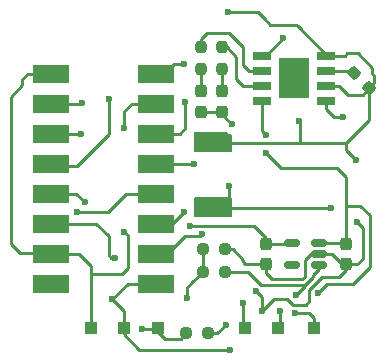
<source format=gbl>
G04 #@! TF.GenerationSoftware,KiCad,Pcbnew,(6.0.1)*
G04 #@! TF.CreationDate,2022-05-01T16:09:43+05:30*
G04 #@! TF.ProjectId,BCD watch V1.0,42434420-7761-4746-9368-2056312e302e,rev?*
G04 #@! TF.SameCoordinates,Original*
G04 #@! TF.FileFunction,Copper,L2,Bot*
G04 #@! TF.FilePolarity,Positive*
%FSLAX46Y46*%
G04 Gerber Fmt 4.6, Leading zero omitted, Abs format (unit mm)*
G04 Created by KiCad (PCBNEW (6.0.1)) date 2022-05-01 16:09:43*
%MOMM*%
%LPD*%
G01*
G04 APERTURE LIST*
G04 Aperture macros list*
%AMRoundRect*
0 Rectangle with rounded corners*
0 $1 Rounding radius*
0 $2 $3 $4 $5 $6 $7 $8 $9 X,Y pos of 4 corners*
0 Add a 4 corners polygon primitive as box body*
4,1,4,$2,$3,$4,$5,$6,$7,$8,$9,$2,$3,0*
0 Add four circle primitives for the rounded corners*
1,1,$1+$1,$2,$3*
1,1,$1+$1,$4,$5*
1,1,$1+$1,$6,$7*
1,1,$1+$1,$8,$9*
0 Add four rect primitives between the rounded corners*
20,1,$1+$1,$2,$3,$4,$5,0*
20,1,$1+$1,$4,$5,$6,$7,0*
20,1,$1+$1,$6,$7,$8,$9,0*
20,1,$1+$1,$8,$9,$2,$3,0*%
G04 Aperture macros list end*
G04 #@! TA.AperFunction,SMDPad,CuDef*
%ADD10RoundRect,0.237500X0.237500X-0.250000X0.237500X0.250000X-0.237500X0.250000X-0.237500X-0.250000X0*%
G04 #@! TD*
G04 #@! TA.AperFunction,SMDPad,CuDef*
%ADD11RoundRect,0.237500X0.237500X-0.287500X0.237500X0.287500X-0.237500X0.287500X-0.237500X-0.287500X0*%
G04 #@! TD*
G04 #@! TA.AperFunction,SMDPad,CuDef*
%ADD12RoundRect,0.237500X-0.237500X0.300000X-0.237500X-0.300000X0.237500X-0.300000X0.237500X0.300000X0*%
G04 #@! TD*
G04 #@! TA.AperFunction,SMDPad,CuDef*
%ADD13RoundRect,0.237500X0.250000X0.237500X-0.250000X0.237500X-0.250000X-0.237500X0.250000X-0.237500X0*%
G04 #@! TD*
G04 #@! TA.AperFunction,SMDPad,CuDef*
%ADD14R,1.000000X1.000000*%
G04 #@! TD*
G04 #@! TA.AperFunction,SMDPad,CuDef*
%ADD15RoundRect,0.237500X-0.250000X-0.237500X0.250000X-0.237500X0.250000X0.237500X-0.250000X0.237500X0*%
G04 #@! TD*
G04 #@! TA.AperFunction,SMDPad,CuDef*
%ADD16RoundRect,0.237500X0.344715X-0.008839X-0.008839X0.344715X-0.344715X0.008839X0.008839X-0.344715X0*%
G04 #@! TD*
G04 #@! TA.AperFunction,SMDPad,CuDef*
%ADD17R,1.525000X0.700000*%
G04 #@! TD*
G04 #@! TA.AperFunction,SMDPad,CuDef*
%ADD18R,2.513000X3.402000*%
G04 #@! TD*
G04 #@! TA.AperFunction,SMDPad,CuDef*
%ADD19RoundRect,0.150000X0.512500X0.150000X-0.512500X0.150000X-0.512500X-0.150000X0.512500X-0.150000X0*%
G04 #@! TD*
G04 #@! TA.AperFunction,SMDPad,CuDef*
%ADD20R,3.100000X1.600000*%
G04 #@! TD*
G04 #@! TA.AperFunction,ViaPad*
%ADD21C,0.600000*%
G04 #@! TD*
G04 #@! TA.AperFunction,Conductor*
%ADD22C,0.250000*%
G04 #@! TD*
G04 APERTURE END LIST*
D10*
G04 #@! TO.P,R11,1*
G04 #@! TO.N,Net-(D10-Pad2)*
X67700000Y-46312500D03*
G04 #@! TO.P,R11,2*
G04 #@! TO.N,Net-(J1-Pad6)*
X67700000Y-44487500D03*
G04 #@! TD*
D11*
G04 #@! TO.P,D11,1,K*
G04 #@! TO.N,VBUS*
X65900000Y-49975000D03*
G04 #@! TO.P,D11,2,A*
G04 #@! TO.N,Net-(D11-Pad2)*
X65900000Y-48225000D03*
G04 #@! TD*
D12*
G04 #@! TO.P,C1,1*
G04 #@! TO.N,+BATT*
X78200000Y-61137500D03*
G04 #@! TO.P,C1,2*
G04 #@! TO.N,GND*
X78200000Y-62862500D03*
G04 #@! TD*
D13*
G04 #@! TO.P,R9,1*
G04 #@! TO.N,Net-(D9-Pad2)*
X66512500Y-68700000D03*
G04 #@! TO.P,R9,2*
G04 #@! TO.N,Net-(R9-Pad2)*
X64687500Y-68700000D03*
G04 #@! TD*
D14*
G04 #@! TO.P,TP4,1,1*
G04 #@! TO.N,Net-(TP4-Pad1)*
X72400000Y-68250000D03*
G04 #@! TD*
G04 #@! TO.P,TP1,1,1*
G04 #@! TO.N,GND*
X59400000Y-68250000D03*
G04 #@! TD*
D13*
G04 #@! TO.P,R14,1*
G04 #@! TO.N,GND*
X67912500Y-61600000D03*
G04 #@! TO.P,R14,2*
G04 #@! TO.N,volt*
X66087500Y-61600000D03*
G04 #@! TD*
D15*
G04 #@! TO.P,R13,1*
G04 #@! TO.N,volt*
X66087500Y-63500000D03*
G04 #@! TO.P,R13,2*
G04 #@! TO.N,+BATT*
X67912500Y-63500000D03*
G04 #@! TD*
D11*
G04 #@! TO.P,D10,1,K*
G04 #@! TO.N,VBUS*
X67700000Y-49975000D03*
G04 #@! TO.P,D10,2,A*
G04 #@! TO.N,Net-(D10-Pad2)*
X67700000Y-48225000D03*
G04 #@! TD*
D16*
G04 #@! TO.P,R10,1*
G04 #@! TO.N,GND*
X80145235Y-47945235D03*
G04 #@! TO.P,R10,2*
G04 #@! TO.N,Net-(J1-Pad2)*
X78854765Y-46654765D03*
G04 #@! TD*
D14*
G04 #@! TO.P,TP5,1,1*
G04 #@! TO.N,Net-(SW1-Pad1)*
X75500000Y-68250000D03*
G04 #@! TD*
D12*
G04 #@! TO.P,C2,1*
G04 #@! TO.N,+3V3*
X71399999Y-61100001D03*
G04 #@! TO.P,C2,2*
G04 #@! TO.N,GND*
X71399999Y-62825001D03*
G04 #@! TD*
D14*
G04 #@! TO.P,TP3,1,1*
G04 #@! TO.N,Net-(TP3-Pad1)*
X69600000Y-68250000D03*
G04 #@! TD*
D17*
G04 #@! TO.P,J1,1,TEMP1*
G04 #@! TO.N,GND*
X76512000Y-45195000D03*
G04 #@! TO.P,J1,2,PROG2*
G04 #@! TO.N,Net-(J1-Pad2)*
X76512000Y-46465000D03*
G04 #@! TO.P,J1,3,GND_3*
G04 #@! TO.N,GND*
X76512000Y-47735000D03*
G04 #@! TO.P,J1,4,VCC4*
G04 #@! TO.N,VBUS*
X76512000Y-49005000D03*
G04 #@! TO.P,J1,5,BAT*
G04 #@! TO.N,+BATT*
X71088000Y-49005000D03*
G04 #@! TO.P,J1,6,~{STDBY}*
G04 #@! TO.N,Net-(J1-Pad6)*
X71088000Y-47735000D03*
G04 #@! TO.P,J1,7,~{CHRG}*
G04 #@! TO.N,Net-(J1-Pad7)*
X71088000Y-46465000D03*
G04 #@! TO.P,J1,8,CE*
G04 #@! TO.N,VBUS*
X71088000Y-45195000D03*
D18*
G04 #@! TO.P,J1,9,EP*
G04 #@! TO.N,unconnected-(J1-Pad9)*
X73800000Y-47100000D03*
G04 #@! TD*
D19*
G04 #@! TO.P,U3,1,IN*
G04 #@! TO.N,+BATT*
X75904166Y-61020000D03*
G04 #@! TO.P,U3,2,GND*
G04 #@! TO.N,GND*
X75904166Y-61970000D03*
G04 #@! TO.P,U3,3,EN*
G04 #@! TO.N,+BATT*
X75904166Y-62920000D03*
G04 #@! TO.P,U3,4,BP*
G04 #@! TO.N,unconnected-(U3-Pad4)*
X73629166Y-62920000D03*
G04 #@! TO.P,U3,5,OUT*
G04 #@! TO.N,+3V3*
X73629166Y-61020000D03*
G04 #@! TD*
D14*
G04 #@! TO.P,TP6,1,1*
G04 #@! TO.N,Net-(R9-Pad2)*
X62300000Y-68250000D03*
G04 #@! TD*
G04 #@! TO.P,TP2,1,1*
G04 #@! TO.N,+3V3*
X56600000Y-68250000D03*
G04 #@! TD*
D20*
G04 #@! TO.P,U2,1,QB*
G04 #@! TO.N,Net-(R5-Pad1)*
X62145000Y-46710000D03*
G04 #@! TO.P,U2,2,QC*
G04 #@! TO.N,Net-(R2-Pad1)*
X62145000Y-49250000D03*
G04 #@! TO.P,U2,3,QD*
G04 #@! TO.N,Net-(R6-Pad1)*
X62145000Y-51790000D03*
G04 #@! TO.P,U2,4,QE*
G04 #@! TO.N,Net-(R3-Pad1)*
X62145000Y-54330000D03*
G04 #@! TO.P,U2,5,QF*
G04 #@! TO.N,Net-(R7-Pad1)*
X62145000Y-56870000D03*
G04 #@! TO.P,U2,6,QG*
G04 #@! TO.N,Net-(R4-Pad1)*
X62145000Y-59410000D03*
G04 #@! TO.P,U2,7,QH*
G04 #@! TO.N,Net-(R8-Pad1)*
X62145000Y-61950000D03*
G04 #@! TO.P,U2,8,GND*
G04 #@! TO.N,GND*
X62145000Y-64490000D03*
G04 #@! TO.P,U2,9,QH'*
G04 #@! TO.N,unconnected-(U2-Pad9)*
X53255000Y-64490000D03*
G04 #@! TO.P,U2,10,~{SRCLR}*
G04 #@! TO.N,+3V3*
X53255000Y-61950000D03*
G04 #@! TO.P,U2,11,SRCLK*
G04 #@! TO.N,Net-(TP4-Pad1)*
X53255000Y-59410000D03*
G04 #@! TO.P,U2,12,RCLK*
G04 #@! TO.N,Net-(U1-Pad2)*
X53255000Y-56870000D03*
G04 #@! TO.P,U2,13,~{OE}*
G04 #@! TO.N,GND*
X53255000Y-54330000D03*
G04 #@! TO.P,U2,14,SER*
G04 #@! TO.N,Net-(TP3-Pad1)*
X53255000Y-51790000D03*
G04 #@! TO.P,U2,15,QA*
G04 #@! TO.N,Net-(R1-Pad1)*
X53255000Y-49250000D03*
G04 #@! TO.P,U2,16,VCC*
G04 #@! TO.N,+3V3*
X53255000Y-46710000D03*
G04 #@! TD*
D10*
G04 #@! TO.P,R12,1*
G04 #@! TO.N,Net-(D11-Pad2)*
X65900000Y-46312500D03*
G04 #@! TO.P,R12,2*
G04 #@! TO.N,Net-(J1-Pad7)*
X65900000Y-44487500D03*
G04 #@! TD*
D21*
G04 #@! TO.N,GND*
X79100000Y-59300000D03*
X68400000Y-70100000D03*
X71100000Y-66800000D03*
X74200000Y-50700000D03*
X68200000Y-41500000D03*
X70600000Y-65100000D03*
X58100000Y-48900000D03*
X79000000Y-54000000D03*
X58400000Y-65800000D03*
G04 #@! TO.N,Net-(D9-Pad2)*
X68000000Y-68000000D03*
G04 #@! TO.N,Net-(R1-Pad1)*
X55880526Y-49243360D03*
G04 #@! TO.N,Net-(R2-Pad1)*
X59400000Y-51300000D03*
G04 #@! TO.N,Net-(R3-Pad1)*
X65300000Y-54400000D03*
G04 #@! TO.N,Net-(R4-Pad1)*
X64500000Y-58400000D03*
G04 #@! TO.N,Net-(R5-Pad1)*
X64500000Y-45900000D03*
G04 #@! TO.N,Net-(R6-Pad1)*
X64600000Y-49100000D03*
G04 #@! TO.N,Net-(R7-Pad1)*
X55400000Y-58400000D03*
G04 #@! TO.N,Net-(R8-Pad1)*
X66000000Y-60300000D03*
G04 #@! TO.N,Net-(R9-Pad2)*
X60900000Y-68300000D03*
G04 #@! TO.N,Net-(SW1-Pad1)*
X73900000Y-67000000D03*
G04 #@! TO.N,Net-(U1-Pad2)*
X56100000Y-57600000D03*
G04 #@! TO.N,Net-(TP3-Pad1)*
X69500000Y-66100000D03*
X55723887Y-51800890D03*
G04 #@! TO.N,Net-(TP4-Pad1)*
X58600000Y-62300000D03*
X72600000Y-66800000D03*
G04 #@! TO.N,VBUS*
X68300000Y-56200000D03*
X76900000Y-58100000D03*
X72900000Y-43700000D03*
X77900000Y-50400000D03*
X68500000Y-51000000D03*
G04 #@! TO.N,+BATT*
X75800000Y-65300000D03*
X74000000Y-65424500D03*
X71400000Y-53400000D03*
X71400000Y-51900000D03*
G04 #@! TO.N,volt*
X64700000Y-65700000D03*
G04 #@! TO.N,+3V3*
X59400000Y-60100000D03*
X65000000Y-59600000D03*
G04 #@! TD*
D22*
G04 #@! TO.N,GND*
X58400000Y-65800000D02*
X59710000Y-64490000D01*
X78300000Y-45000000D02*
X79200000Y-45000000D01*
X80600000Y-46900000D02*
X80600000Y-47490470D01*
X58100000Y-51800000D02*
X55400000Y-54500000D01*
X78200000Y-53200000D02*
X78200000Y-52600000D01*
X78200000Y-62862500D02*
X77862500Y-62862500D01*
X59400000Y-68250000D02*
X59400000Y-66800000D01*
X80145235Y-47945235D02*
X80145235Y-50654765D01*
X79600000Y-59800000D02*
X79100000Y-59300000D01*
X77600000Y-63900000D02*
X78200000Y-63300000D01*
X78105000Y-45195000D02*
X78300000Y-45000000D01*
X69500000Y-62500000D02*
X69500000Y-62700000D01*
X74300000Y-52600000D02*
X67700000Y-52600000D01*
X75230000Y-61970000D02*
X74700000Y-62500000D01*
X69625001Y-62825001D02*
X71399999Y-62825001D01*
X58100000Y-48900000D02*
X58100000Y-51800000D01*
X69500000Y-62700000D02*
X69625001Y-62825001D01*
X76970000Y-61970000D02*
X75904166Y-61970000D01*
X79590470Y-48500000D02*
X80145235Y-47945235D01*
X76512000Y-45112000D02*
X74100000Y-42700000D01*
X74500000Y-64100000D02*
X71900000Y-64100000D01*
X74800000Y-66300000D02*
X75100000Y-66000000D01*
X55400000Y-54500000D02*
X53425000Y-54500000D01*
X78200000Y-52600000D02*
X74300000Y-52600000D01*
X76512000Y-45195000D02*
X78105000Y-45195000D01*
X74000000Y-42600000D02*
X71900000Y-42600000D01*
X71300000Y-42100000D02*
X70700000Y-41500000D01*
X77862500Y-62862500D02*
X76970000Y-61970000D01*
X75904166Y-61970000D02*
X75230000Y-61970000D01*
X78200000Y-63300000D02*
X78200000Y-62862500D01*
X79137500Y-62862500D02*
X79600000Y-62400000D01*
X59400000Y-66800000D02*
X58400000Y-65800000D01*
X67912500Y-61600000D02*
X68600000Y-61600000D01*
X78400000Y-48500000D02*
X79590470Y-48500000D01*
X59400000Y-68800000D02*
X60600000Y-70000000D01*
X60700000Y-70100000D02*
X68400000Y-70100000D01*
X79600000Y-62400000D02*
X79600000Y-60500000D01*
X80400000Y-46200000D02*
X80400000Y-46700000D01*
X80400000Y-46700000D02*
X80600000Y-46900000D01*
X80145235Y-50654765D02*
X78200000Y-52600000D01*
X75100000Y-66000000D02*
X75100000Y-65000000D01*
X68600000Y-61600000D02*
X69500000Y-62500000D01*
X59400000Y-68250000D02*
X59400000Y-68800000D01*
X73200000Y-65800000D02*
X73700000Y-66300000D01*
X71399999Y-63599999D02*
X71399999Y-62825001D01*
X70700000Y-41500000D02*
X68200000Y-41500000D01*
X78200000Y-62862500D02*
X79137500Y-62862500D01*
X79000000Y-54000000D02*
X78200000Y-53200000D01*
X71800000Y-42600000D02*
X71300000Y-42100000D01*
X71900000Y-64100000D02*
X71399999Y-63599999D01*
X79600000Y-60500000D02*
X79600000Y-59800000D01*
X71900000Y-42600000D02*
X71800000Y-42600000D01*
X74100000Y-42700000D02*
X74000000Y-42600000D01*
X74700000Y-62500000D02*
X74700000Y-63900000D01*
X77635000Y-47735000D02*
X78400000Y-48500000D01*
X74300000Y-52600000D02*
X74300000Y-50800000D01*
X76512000Y-47735000D02*
X77635000Y-47735000D01*
X76200000Y-63900000D02*
X77600000Y-63900000D01*
X53425000Y-54500000D02*
X53255000Y-54330000D01*
X75100000Y-65000000D02*
X76200000Y-63900000D01*
X72100000Y-65800000D02*
X73200000Y-65800000D01*
X74300000Y-50800000D02*
X74200000Y-50700000D01*
X59710000Y-64490000D02*
X62145000Y-64490000D01*
X76512000Y-45195000D02*
X76512000Y-45112000D01*
X71100000Y-66800000D02*
X72100000Y-65800000D01*
X73700000Y-66300000D02*
X74800000Y-66300000D01*
X71100000Y-66800000D02*
X71100000Y-65600000D01*
X74700000Y-63900000D02*
X74500000Y-64100000D01*
X71100000Y-65600000D02*
X70600000Y-65100000D01*
X80600000Y-47490470D02*
X80145235Y-47945235D01*
X79200000Y-45000000D02*
X80400000Y-46200000D01*
X60600000Y-70000000D02*
X60700000Y-70100000D01*
G04 #@! TO.N,Net-(D9-Pad2)*
X68000000Y-68000000D02*
X67300000Y-68700000D01*
X67300000Y-68700000D02*
X66512500Y-68700000D01*
G04 #@! TO.N,Net-(R1-Pad1)*
X53255000Y-49250000D02*
X55873886Y-49250000D01*
X55873886Y-49250000D02*
X55880526Y-49243360D01*
G04 #@! TO.N,Net-(R2-Pad1)*
X59400000Y-49900000D02*
X60050000Y-49250000D01*
X60050000Y-49250000D02*
X62145000Y-49250000D01*
X59400000Y-51300000D02*
X59400000Y-49900000D01*
G04 #@! TO.N,Net-(R3-Pad1)*
X65230000Y-54330000D02*
X62145000Y-54330000D01*
X65300000Y-54400000D02*
X65230000Y-54330000D01*
G04 #@! TO.N,Net-(R4-Pad1)*
X63490000Y-59410000D02*
X62145000Y-59410000D01*
X64500000Y-58400000D02*
X63490000Y-59410000D01*
G04 #@! TO.N,Net-(R5-Pad1)*
X62145000Y-46710000D02*
X62790000Y-46710000D01*
X63600000Y-45900000D02*
X64500000Y-45900000D01*
X62790000Y-46710000D02*
X63600000Y-45900000D01*
G04 #@! TO.N,Net-(R6-Pad1)*
X64600000Y-51300000D02*
X64110000Y-51790000D01*
X64600000Y-49100000D02*
X64600000Y-51300000D01*
X64110000Y-51790000D02*
X62145000Y-51790000D01*
G04 #@! TO.N,Net-(R7-Pad1)*
X55400000Y-58400000D02*
X58000000Y-58400000D01*
X58000000Y-58400000D02*
X59530000Y-56870000D01*
X59530000Y-56870000D02*
X62145000Y-56870000D01*
G04 #@! TO.N,Net-(R8-Pad1)*
X64550000Y-60450000D02*
X63050000Y-61950000D01*
X65850000Y-60450000D02*
X64550000Y-60450000D01*
X66000000Y-60300000D02*
X65850000Y-60450000D01*
X63050000Y-61950000D02*
X62145000Y-61950000D01*
G04 #@! TO.N,Net-(R9-Pad2)*
X60900000Y-68300000D02*
X62250000Y-68300000D01*
X64187500Y-69200000D02*
X64687500Y-68700000D01*
X62250000Y-68300000D02*
X62300000Y-68250000D01*
X62300000Y-68250000D02*
X62300000Y-68600000D01*
X62900000Y-69200000D02*
X64187500Y-69200000D01*
X62300000Y-68600000D02*
X62900000Y-69200000D01*
G04 #@! TO.N,Net-(SW1-Pad1)*
X75100000Y-67000000D02*
X75500000Y-67400000D01*
X73900000Y-67000000D02*
X75100000Y-67000000D01*
X75500000Y-67400000D02*
X75500000Y-68250000D01*
G04 #@! TO.N,Net-(U1-Pad2)*
X53255000Y-56870000D02*
X55370000Y-56870000D01*
X55370000Y-56870000D02*
X56100000Y-57600000D01*
G04 #@! TO.N,Net-(TP3-Pad1)*
X55722997Y-51800000D02*
X55723887Y-51800890D01*
X55556444Y-51800000D02*
X55600000Y-51800000D01*
X54027194Y-51812194D02*
X55544250Y-51812194D01*
X54005000Y-51790000D02*
X54027194Y-51812194D01*
X55600000Y-51800000D02*
X55722997Y-51800000D01*
X55544250Y-51812194D02*
X55556444Y-51800000D01*
X69500000Y-66100000D02*
X69500000Y-68150000D01*
X53255000Y-51790000D02*
X54005000Y-51790000D01*
X69500000Y-68150000D02*
X69600000Y-68250000D01*
G04 #@! TO.N,Net-(TP4-Pad1)*
X58300000Y-62300000D02*
X58600000Y-62300000D01*
X58100000Y-61800000D02*
X58100000Y-62100000D01*
X58100000Y-62100000D02*
X58250000Y-62250000D01*
X58100000Y-60500000D02*
X58100000Y-61800000D01*
X58250000Y-62250000D02*
X58300000Y-62300000D01*
X72600000Y-66800000D02*
X72600000Y-68050000D01*
X58000000Y-60400000D02*
X58100000Y-60500000D01*
X72600000Y-68050000D02*
X72400000Y-68250000D01*
X57010000Y-59410000D02*
X58000000Y-60400000D01*
X53255000Y-59410000D02*
X57010000Y-59410000D01*
G04 #@! TO.N,Net-(D10-Pad2)*
X67700000Y-46312500D02*
X67700000Y-48225000D01*
G04 #@! TO.N,Net-(D11-Pad2)*
X65900000Y-48225000D02*
X65900000Y-46312500D01*
G04 #@! TO.N,Net-(J1-Pad2)*
X76512000Y-46465000D02*
X78665000Y-46465000D01*
X78665000Y-46465000D02*
X78854765Y-46654765D01*
G04 #@! TO.N,VBUS*
X65900000Y-49975000D02*
X67700000Y-49975000D01*
X71405000Y-45195000D02*
X72900000Y-43700000D01*
X68300000Y-58000000D02*
X68200000Y-58100000D01*
X68200000Y-58100000D02*
X66800000Y-58100000D01*
X71088000Y-45195000D02*
X71405000Y-45195000D01*
X77900000Y-50400000D02*
X77200000Y-50400000D01*
X67700000Y-49975000D02*
X67700000Y-50200000D01*
X76512000Y-49712000D02*
X76512000Y-49005000D01*
X77200000Y-50400000D02*
X76512000Y-49712000D01*
X76900000Y-58100000D02*
X68200000Y-58100000D01*
X68300000Y-56200000D02*
X68300000Y-58000000D01*
X67700000Y-50200000D02*
X68500000Y-51000000D01*
G04 #@! TO.N,+BATT*
X75904166Y-63295834D02*
X75400000Y-63800000D01*
X75400000Y-63800000D02*
X75400000Y-63900000D01*
X74700000Y-64724500D02*
X74700000Y-64600000D01*
X71088000Y-49388000D02*
X71088000Y-51588000D01*
X71088000Y-51588000D02*
X71400000Y-51900000D01*
X75800000Y-65300000D02*
X76600000Y-64500000D01*
X71400000Y-53400000D02*
X72700000Y-54700000D01*
X75400000Y-63900000D02*
X74700000Y-64600000D01*
X76600000Y-64500000D02*
X78800000Y-64500000D01*
X75904166Y-62920000D02*
X75904166Y-63295834D01*
X80200000Y-58700000D02*
X79400000Y-57900000D01*
X78082500Y-61020000D02*
X78200000Y-61137500D01*
X79400000Y-57900000D02*
X78200000Y-57900000D01*
X78200000Y-57900000D02*
X78200000Y-61137500D01*
X71088000Y-49005000D02*
X71088000Y-49388000D01*
X78200000Y-55500000D02*
X78200000Y-57900000D01*
X67912500Y-63500000D02*
X69900000Y-63500000D01*
X80200000Y-63100000D02*
X80200000Y-58700000D01*
X75904166Y-61020000D02*
X78082500Y-61020000D01*
X78800000Y-64500000D02*
X80200000Y-63100000D01*
X74700000Y-64600000D02*
X71000000Y-64600000D01*
X74000000Y-65424500D02*
X74700000Y-64724500D01*
X77400000Y-54700000D02*
X78200000Y-55500000D01*
X69900000Y-63500000D02*
X71000000Y-64600000D01*
X72700000Y-54700000D02*
X77400000Y-54700000D01*
G04 #@! TO.N,Net-(J1-Pad6)*
X68087500Y-44487500D02*
X68900000Y-45300000D01*
X67700000Y-44487500D02*
X68087500Y-44487500D01*
X69435000Y-47735000D02*
X71088000Y-47735000D01*
X68900000Y-45300000D02*
X68900000Y-47200000D01*
X68900000Y-47200000D02*
X69435000Y-47735000D01*
G04 #@! TO.N,Net-(J1-Pad7)*
X69965000Y-46465000D02*
X71088000Y-46465000D01*
X66400000Y-43300000D02*
X68300000Y-43300000D01*
X69500000Y-44500000D02*
X69500000Y-46000000D01*
X69500000Y-46000000D02*
X69965000Y-46465000D01*
X68300000Y-43300000D02*
X69500000Y-44500000D01*
X65900000Y-43800000D02*
X66400000Y-43300000D01*
X65900000Y-44487500D02*
X65900000Y-43800000D01*
G04 #@! TO.N,volt*
X66087500Y-61600000D02*
X66087500Y-63500000D01*
X64700000Y-64887500D02*
X65193750Y-64393750D01*
X64700000Y-65700000D02*
X64700000Y-64887500D01*
X65193750Y-64393750D02*
X66087500Y-63500000D01*
G04 #@! TO.N,+3V3*
X59700000Y-63200000D02*
X59200000Y-63700000D01*
X70400000Y-59600000D02*
X65000000Y-59600000D01*
X50800000Y-47700000D02*
X50800000Y-47200000D01*
X52745978Y-61900000D02*
X50600000Y-61900000D01*
X71399999Y-61100001D02*
X73549165Y-61100001D01*
X55550000Y-61950000D02*
X56600000Y-63000000D01*
X59400000Y-60100000D02*
X59700000Y-60400000D01*
X56600000Y-63000000D02*
X56600000Y-63700000D01*
X73549165Y-61100001D02*
X73629166Y-61020000D01*
X50800000Y-47200000D02*
X51290000Y-46710000D01*
X53255000Y-61950000D02*
X55550000Y-61950000D01*
X70600000Y-59800000D02*
X70400000Y-59600000D01*
X59700000Y-60400000D02*
X59700000Y-63200000D01*
X51290000Y-46710000D02*
X53255000Y-46710000D01*
X52795978Y-61950000D02*
X52745978Y-61900000D01*
X49800000Y-61100000D02*
X49800000Y-48700000D01*
X56600000Y-63700000D02*
X56600000Y-68250000D01*
X59200000Y-63700000D02*
X56600000Y-63700000D01*
X49800000Y-48700000D02*
X50800000Y-47700000D01*
X53255000Y-61950000D02*
X52795978Y-61950000D01*
X71399999Y-60599999D02*
X70600000Y-59800000D01*
X50600000Y-61900000D02*
X49800000Y-61100000D01*
X71399999Y-61100001D02*
X71399999Y-60599999D01*
G04 #@! TD*
G04 #@! TA.AperFunction,Conductor*
G04 #@! TO.N,GND*
G36*
X68029858Y-51658624D02*
G01*
X68086876Y-51695935D01*
X68133159Y-51726222D01*
X68139763Y-51728678D01*
X68139765Y-51728679D01*
X68296558Y-51786990D01*
X68296560Y-51786990D01*
X68303168Y-51789448D01*
X68377054Y-51799307D01*
X68411312Y-51803878D01*
X68476189Y-51832714D01*
X68515177Y-51892047D01*
X68520647Y-51928771D01*
X68520647Y-53212056D01*
X68500645Y-53280177D01*
X68446989Y-53326670D01*
X68394647Y-53338056D01*
X65446647Y-53338056D01*
X65378526Y-53318054D01*
X65332033Y-53264398D01*
X65320647Y-53212056D01*
X65320647Y-51764056D01*
X65340649Y-51695935D01*
X65394305Y-51649442D01*
X65446647Y-51638056D01*
X67960865Y-51638056D01*
X68029858Y-51658624D01*
G37*
G04 #@! TD.AperFunction*
G04 #@! TD*
G04 #@! TA.AperFunction,Conductor*
G04 #@! TO.N,VBUS*
G36*
X68455400Y-57190204D02*
G01*
X68501893Y-57243860D01*
X68513279Y-57296202D01*
X68513279Y-58744202D01*
X68493277Y-58812323D01*
X68439621Y-58858816D01*
X68387279Y-58870202D01*
X65439279Y-58870202D01*
X65371158Y-58850200D01*
X65324665Y-58796544D01*
X65313279Y-58744202D01*
X65313279Y-57296202D01*
X65333281Y-57228081D01*
X65386937Y-57181588D01*
X65439279Y-57170202D01*
X68387279Y-57170202D01*
X68455400Y-57190204D01*
G37*
G04 #@! TD.AperFunction*
G04 #@! TD*
M02*

</source>
